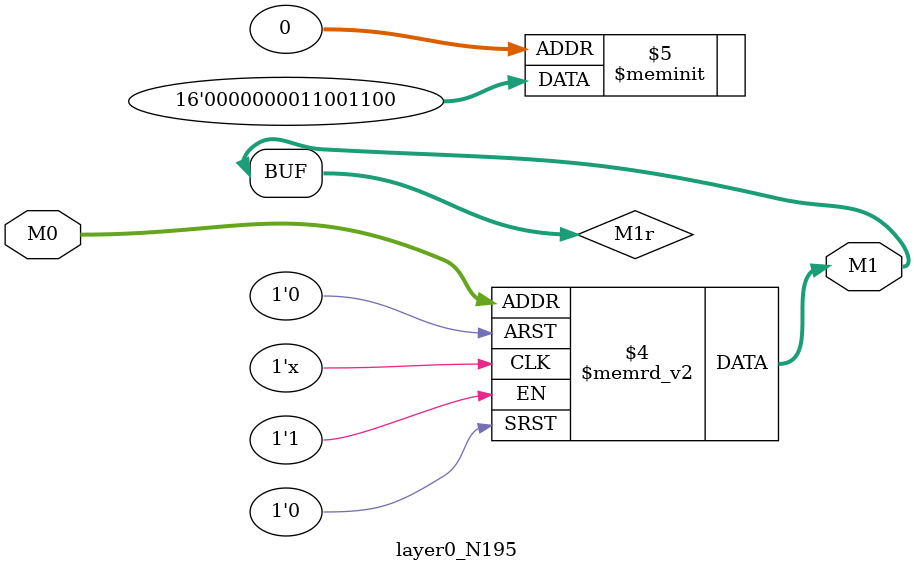
<source format=v>
module layer0_N195 ( input [2:0] M0, output [1:0] M1 );

	(*rom_style = "distributed" *) reg [1:0] M1r;
	assign M1 = M1r;
	always @ (M0) begin
		case (M0)
			3'b000: M1r = 2'b00;
			3'b100: M1r = 2'b00;
			3'b010: M1r = 2'b00;
			3'b110: M1r = 2'b00;
			3'b001: M1r = 2'b11;
			3'b101: M1r = 2'b00;
			3'b011: M1r = 2'b11;
			3'b111: M1r = 2'b00;

		endcase
	end
endmodule

</source>
